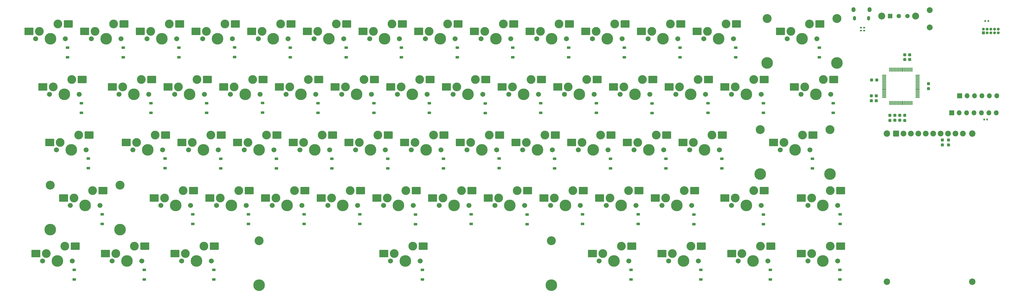
<source format=gbr>
%TF.GenerationSoftware,KiCad,Pcbnew,7.0.7*%
%TF.CreationDate,2023-10-31T18:53:21-05:00*%
%TF.ProjectId,KeyboardPCB,4b657962-6f61-4726-9450-43422e6b6963,rev?*%
%TF.SameCoordinates,Original*%
%TF.FileFunction,Soldermask,Bot*%
%TF.FilePolarity,Negative*%
%FSLAX46Y46*%
G04 Gerber Fmt 4.6, Leading zero omitted, Abs format (unit mm)*
G04 Created by KiCad (PCBNEW 7.0.7) date 2023-10-31 18:53:21*
%MOMM*%
%LPD*%
G01*
G04 APERTURE LIST*
G04 Aperture macros list*
%AMRoundRect*
0 Rectangle with rounded corners*
0 $1 Rounding radius*
0 $2 $3 $4 $5 $6 $7 $8 $9 X,Y pos of 4 corners*
0 Add a 4 corners polygon primitive as box body*
4,1,4,$2,$3,$4,$5,$6,$7,$8,$9,$2,$3,0*
0 Add four circle primitives for the rounded corners*
1,1,$1+$1,$2,$3*
1,1,$1+$1,$4,$5*
1,1,$1+$1,$6,$7*
1,1,$1+$1,$8,$9*
0 Add four rect primitives between the rounded corners*
20,1,$1+$1,$2,$3,$4,$5,0*
20,1,$1+$1,$4,$5,$6,$7,0*
20,1,$1+$1,$6,$7,$8,$9,0*
20,1,$1+$1,$8,$9,$2,$3,0*%
G04 Aperture macros list end*
%ADD10C,2.200000*%
%ADD11RoundRect,0.102000X-0.889000X0.889000X-0.889000X-0.889000X0.889000X-0.889000X0.889000X0.889000X0*%
%ADD12C,1.982000*%
%ADD13C,1.701800*%
%ADD14C,3.000000*%
%ADD15C,3.987800*%
%ADD16RoundRect,0.200000X-1.340000X-1.050000X1.340000X-1.050000X1.340000X1.050000X-1.340000X1.050000X0*%
%ADD17RoundRect,0.200000X-1.326500X-1.050000X1.326500X-1.050000X1.326500X1.050000X-1.326500X1.050000X0*%
%ADD18RoundRect,0.201600X-1.338400X-1.058400X1.338400X-1.058400X1.338400X1.058400X-1.338400X1.058400X0*%
%ADD19C,3.048000*%
%ADD20RoundRect,0.201600X-1.324900X-1.058400X1.324900X-1.058400X1.324900X1.058400X-1.324900X1.058400X0*%
%ADD21R,1.700000X1.700000*%
%ADD22O,1.700000X1.700000*%
%ADD23R,1.000000X1.000000*%
%ADD24O,1.000000X1.000000*%
%ADD25R,1.515000X1.515000*%
%ADD26C,1.515000*%
%ADD27C,2.385000*%
%ADD28O,1.350000X1.700000*%
%ADD29O,1.100000X1.500000*%
%ADD30RoundRect,0.225000X-0.375000X0.225000X-0.375000X-0.225000X0.375000X-0.225000X0.375000X0.225000X0*%
%ADD31R,1.475000X0.300000*%
%ADD32R,0.300000X1.475000*%
%ADD33RoundRect,0.135000X-0.135000X-0.185000X0.135000X-0.185000X0.135000X0.185000X-0.135000X0.185000X0*%
%ADD34RoundRect,0.237500X-0.237500X0.300000X-0.237500X-0.300000X0.237500X-0.300000X0.237500X0.300000X0*%
%ADD35RoundRect,0.237500X0.237500X-0.300000X0.237500X0.300000X-0.237500X0.300000X-0.237500X-0.300000X0*%
%ADD36RoundRect,0.135000X0.135000X0.185000X-0.135000X0.185000X-0.135000X-0.185000X0.135000X-0.185000X0*%
%ADD37RoundRect,0.237500X-0.300000X-0.237500X0.300000X-0.237500X0.300000X0.237500X-0.300000X0.237500X0*%
%ADD38RoundRect,0.135000X0.185000X-0.135000X0.185000X0.135000X-0.185000X0.135000X-0.185000X-0.135000X0*%
%ADD39C,2.000000*%
%ADD40RoundRect,0.237500X0.300000X0.237500X-0.300000X0.237500X-0.300000X-0.237500X0.300000X-0.237500X0*%
G04 APERTURE END LIST*
D10*
%TO.C,U3*%
X685000000Y-216900000D03*
X655790000Y-216900000D03*
X685000000Y-267700000D03*
X655790000Y-267700000D03*
D11*
X658965000Y-216900000D03*
D12*
X661505000Y-216900000D03*
X664045000Y-216900000D03*
X666585000Y-216900000D03*
X669125000Y-216900000D03*
X671665000Y-216900000D03*
X674205000Y-216900000D03*
X676745000Y-216900000D03*
X679285000Y-216900000D03*
X681825000Y-216900000D03*
%TD*%
D13*
%TO.C,K39*%
X569305500Y-222504000D03*
D14*
X570575500Y-219964000D03*
D15*
X574385500Y-222504000D03*
D14*
X576925500Y-217424000D03*
D13*
X579465500Y-222504000D03*
D16*
X567035500Y-219964000D03*
D17*
X580479000Y-217424000D03*
%TD*%
D13*
%TO.C,K4*%
X421668000Y-184404000D03*
D14*
X422938000Y-181864000D03*
D15*
X426748000Y-184404000D03*
D14*
X429288000Y-179324000D03*
D13*
X431828000Y-184404000D03*
D16*
X419398000Y-181864000D03*
D17*
X432841500Y-179324000D03*
%TD*%
D13*
%TO.C,K38*%
X550255500Y-222504000D03*
D14*
X551525500Y-219964000D03*
D15*
X555335500Y-222504000D03*
D14*
X557875500Y-217424000D03*
D13*
X560415500Y-222504000D03*
D16*
X547985500Y-219964000D03*
D17*
X561429000Y-217424000D03*
%TD*%
D13*
%TO.C,K32*%
X435955500Y-222504000D03*
D14*
X437225500Y-219964000D03*
D15*
X441035500Y-222504000D03*
D14*
X443575500Y-217424000D03*
D13*
X446115500Y-222504000D03*
D16*
X433685500Y-219964000D03*
D17*
X447129000Y-217424000D03*
%TD*%
D13*
%TO.C,K56*%
X390714260Y-260604000D03*
D14*
X391984260Y-258064000D03*
D15*
X395794260Y-260604000D03*
D14*
X398334260Y-255524000D03*
D13*
X400874260Y-260604000D03*
D18*
X388444260Y-258074000D03*
D17*
X401887760Y-255524000D03*
%TD*%
D13*
%TO.C,K50*%
X540730500Y-241554000D03*
D14*
X542000500Y-239014000D03*
D15*
X545810500Y-241554000D03*
D14*
X548350500Y-236474000D03*
D13*
X550890500Y-241554000D03*
D16*
X538460500Y-239014000D03*
D17*
X551904000Y-236474000D03*
%TD*%
D13*
%TO.C,K46*%
X464530500Y-241554000D03*
D14*
X465800500Y-239014000D03*
D15*
X469610500Y-241554000D03*
D14*
X472150500Y-236474000D03*
D13*
X474690500Y-241554000D03*
D16*
X462260500Y-239014000D03*
D17*
X475704000Y-236474000D03*
%TD*%
D13*
%TO.C,K17*%
X412143000Y-203454000D03*
D14*
X413413000Y-200914000D03*
D15*
X417223000Y-203454000D03*
D14*
X419763000Y-198374000D03*
D13*
X422303000Y-203454000D03*
D16*
X409873000Y-200914000D03*
D17*
X423316500Y-198374000D03*
%TD*%
D19*
%TO.C,K14*%
X614835000Y-177419000D03*
D15*
X614835000Y-192659000D03*
D13*
X621693000Y-184404000D03*
D14*
X622963000Y-181864000D03*
D15*
X626773000Y-184404000D03*
D14*
X629313000Y-179324000D03*
D13*
X631853000Y-184404000D03*
D19*
X638711000Y-177419000D03*
D15*
X638711000Y-192659000D03*
D16*
X619423000Y-181864000D03*
D20*
X632866500Y-179334000D03*
%TD*%
D13*
%TO.C,K2*%
X383568000Y-184404000D03*
D14*
X384838000Y-181864000D03*
D15*
X388648000Y-184404000D03*
D14*
X391188000Y-179324000D03*
D13*
X393728000Y-184404000D03*
D16*
X381298000Y-181864000D03*
D17*
X394741500Y-179324000D03*
%TD*%
D13*
%TO.C,K48*%
X502630500Y-241554000D03*
D14*
X503900500Y-239014000D03*
D15*
X507710500Y-241554000D03*
D14*
X510250500Y-236474000D03*
D13*
X512790500Y-241554000D03*
D16*
X500360500Y-239014000D03*
D17*
X513804000Y-236474000D03*
%TD*%
D21*
%TO.C,J3*%
X680673000Y-203979000D03*
D22*
X683213000Y-203979000D03*
X685753000Y-203979000D03*
X688293000Y-203979000D03*
X690833000Y-203979000D03*
X693373000Y-203979000D03*
%TD*%
D13*
%TO.C,K23*%
X526443000Y-203454000D03*
D14*
X527713000Y-200914000D03*
D15*
X531523000Y-203454000D03*
D14*
X534063000Y-198374000D03*
D13*
X536603000Y-203454000D03*
D16*
X524173000Y-200914000D03*
D17*
X537616500Y-198374000D03*
%TD*%
D13*
%TO.C,K1*%
X364518000Y-184404000D03*
D14*
X365788000Y-181864000D03*
D15*
X369598000Y-184404000D03*
D14*
X372138000Y-179324000D03*
D13*
X374678000Y-184404000D03*
D16*
X362248000Y-181864000D03*
D17*
X375691500Y-179324000D03*
%TD*%
D13*
%TO.C,K31*%
X416905500Y-222504000D03*
D14*
X418175500Y-219964000D03*
D15*
X421985500Y-222504000D03*
D14*
X424525500Y-217424000D03*
D13*
X427065500Y-222504000D03*
D16*
X414635500Y-219964000D03*
D17*
X428079000Y-217424000D03*
%TD*%
D13*
%TO.C,K51*%
X559780500Y-241554000D03*
D14*
X561050500Y-239014000D03*
D15*
X564860500Y-241554000D03*
D14*
X567400500Y-236474000D03*
D13*
X569940500Y-241554000D03*
D16*
X557510500Y-239014000D03*
D17*
X570954000Y-236474000D03*
%TD*%
D13*
%TO.C,K54*%
X628778000Y-241554000D03*
D14*
X630048000Y-239014000D03*
D15*
X633858000Y-241554000D03*
D14*
X636398000Y-236474000D03*
D13*
X638938000Y-241554000D03*
D18*
X626508000Y-239024000D03*
D17*
X639951500Y-236474000D03*
%TD*%
D13*
%TO.C,K61*%
X604965500Y-260604000D03*
D14*
X606235500Y-258064000D03*
D15*
X610045500Y-260604000D03*
D14*
X612585500Y-255524000D03*
D13*
X615125500Y-260604000D03*
D18*
X602695500Y-258074000D03*
D17*
X616139000Y-255524000D03*
%TD*%
D13*
%TO.C,K29*%
X371663020Y-222504000D03*
D14*
X372933020Y-219964000D03*
D15*
X376743020Y-222504000D03*
D14*
X379283020Y-217424000D03*
D13*
X381823020Y-222504000D03*
D16*
X369393020Y-219964000D03*
D17*
X382836520Y-217424000D03*
%TD*%
D13*
%TO.C,K33*%
X455005500Y-222504000D03*
D14*
X456275500Y-219964000D03*
D15*
X460085500Y-222504000D03*
D14*
X462625500Y-217424000D03*
D13*
X465165500Y-222504000D03*
D16*
X452735500Y-219964000D03*
D17*
X466179000Y-217424000D03*
%TD*%
D13*
%TO.C,K8*%
X497868000Y-184404000D03*
D14*
X499138000Y-181864000D03*
D15*
X502948000Y-184404000D03*
D14*
X505488000Y-179324000D03*
D13*
X508028000Y-184404000D03*
D16*
X495598000Y-181864000D03*
D17*
X509041500Y-179324000D03*
%TD*%
D13*
%TO.C,K44*%
X426430500Y-241554000D03*
D14*
X427700500Y-239014000D03*
D15*
X431510500Y-241554000D03*
D14*
X434050500Y-236474000D03*
D13*
X436590500Y-241554000D03*
D16*
X424160500Y-239014000D03*
D17*
X437604000Y-236474000D03*
%TD*%
D13*
%TO.C,K3*%
X402618000Y-184404000D03*
D14*
X403888000Y-181864000D03*
D15*
X407698000Y-184404000D03*
D14*
X410238000Y-179324000D03*
D13*
X412778000Y-184404000D03*
D16*
X400348000Y-181864000D03*
D17*
X413791500Y-179324000D03*
%TD*%
D13*
%TO.C,K5*%
X440718000Y-184404000D03*
D14*
X441988000Y-181864000D03*
D15*
X445798000Y-184404000D03*
D14*
X448338000Y-179324000D03*
D13*
X450878000Y-184404000D03*
D16*
X438448000Y-181864000D03*
D17*
X451891500Y-179324000D03*
%TD*%
D13*
%TO.C,K10*%
X535968000Y-184404000D03*
D14*
X537238000Y-181864000D03*
D15*
X541048000Y-184404000D03*
D14*
X543588000Y-179324000D03*
D13*
X546128000Y-184404000D03*
D16*
X533698000Y-181864000D03*
D17*
X547141500Y-179324000D03*
%TD*%
D13*
%TO.C,K28*%
X626455500Y-203454000D03*
D14*
X627725500Y-200914000D03*
D15*
X631535500Y-203454000D03*
D14*
X634075500Y-198374000D03*
D13*
X636615500Y-203454000D03*
D16*
X624185500Y-200914000D03*
D17*
X637629000Y-198374000D03*
%TD*%
D13*
%TO.C,K7*%
X478818000Y-184404000D03*
D14*
X480088000Y-181864000D03*
D15*
X483898000Y-184404000D03*
D14*
X486438000Y-179324000D03*
D13*
X488978000Y-184404000D03*
D16*
X476548000Y-181864000D03*
D17*
X489991500Y-179324000D03*
%TD*%
D13*
%TO.C,K59*%
X557340500Y-260604000D03*
D14*
X558610500Y-258064000D03*
D15*
X562420500Y-260604000D03*
D14*
X564960500Y-255524000D03*
D13*
X567500500Y-260604000D03*
D18*
X555070500Y-258074000D03*
D17*
X568514000Y-255524000D03*
%TD*%
D13*
%TO.C,K11*%
X555018000Y-184404000D03*
D14*
X556288000Y-181864000D03*
D15*
X560098000Y-184404000D03*
D14*
X562638000Y-179324000D03*
D13*
X565178000Y-184404000D03*
D16*
X552748000Y-181864000D03*
D17*
X566191500Y-179324000D03*
%TD*%
D13*
%TO.C,K18*%
X431193000Y-203454000D03*
D14*
X432463000Y-200914000D03*
D15*
X436273000Y-203454000D03*
D14*
X438813000Y-198374000D03*
D13*
X441353000Y-203454000D03*
D16*
X428923000Y-200914000D03*
D17*
X442366500Y-198374000D03*
%TD*%
D13*
%TO.C,K40*%
X588355500Y-222504000D03*
D14*
X589625500Y-219964000D03*
D15*
X593435500Y-222504000D03*
D14*
X595975500Y-217424000D03*
D13*
X598515500Y-222504000D03*
D16*
X586085500Y-219964000D03*
D17*
X599529000Y-217424000D03*
%TD*%
D13*
%TO.C,K16*%
X393093000Y-203454000D03*
D14*
X394363000Y-200914000D03*
D15*
X398173000Y-203454000D03*
D14*
X400713000Y-198374000D03*
D13*
X403253000Y-203454000D03*
D16*
X390823000Y-200914000D03*
D17*
X404266500Y-198374000D03*
%TD*%
D13*
%TO.C,K6*%
X459768000Y-184404000D03*
D14*
X461038000Y-181864000D03*
D15*
X464848000Y-184404000D03*
D14*
X467388000Y-179324000D03*
D13*
X469928000Y-184404000D03*
D16*
X457498000Y-181864000D03*
D17*
X470941500Y-179324000D03*
%TD*%
D13*
%TO.C,K37*%
X531205500Y-222504000D03*
D14*
X532475500Y-219964000D03*
D15*
X536285500Y-222504000D03*
D14*
X538825500Y-217424000D03*
D13*
X541365500Y-222504000D03*
D16*
X528935500Y-219964000D03*
D17*
X542379000Y-217424000D03*
%TD*%
D13*
%TO.C,K35*%
X493105500Y-222504000D03*
D14*
X494375500Y-219964000D03*
D15*
X498185500Y-222504000D03*
D14*
X500725500Y-217424000D03*
D13*
X503265500Y-222504000D03*
D16*
X490835500Y-219964000D03*
D17*
X504279000Y-217424000D03*
%TD*%
D13*
%TO.C,K21*%
X488343000Y-203454000D03*
D14*
X489613000Y-200914000D03*
D15*
X493423000Y-203454000D03*
D14*
X495963000Y-198374000D03*
D13*
X498503000Y-203454000D03*
D16*
X486073000Y-200914000D03*
D17*
X499516500Y-198374000D03*
%TD*%
D13*
%TO.C,K13*%
X593118000Y-184404000D03*
D14*
X594388000Y-181864000D03*
D15*
X598198000Y-184404000D03*
D14*
X600738000Y-179324000D03*
D13*
X603278000Y-184404000D03*
D16*
X590848000Y-181864000D03*
D17*
X604291500Y-179324000D03*
%TD*%
D13*
%TO.C,K53*%
X602643000Y-241554000D03*
D14*
X603913000Y-239014000D03*
D15*
X607723000Y-241554000D03*
D14*
X610263000Y-236474000D03*
D13*
X612803000Y-241554000D03*
D16*
X600373000Y-239014000D03*
D17*
X613816500Y-236474000D03*
%TD*%
D19*
%TO.C,K58*%
X441035500Y-253619000D03*
D15*
X441035500Y-268859000D03*
D13*
X485955500Y-260604000D03*
D14*
X487225500Y-258064000D03*
D15*
X491035500Y-260604000D03*
D14*
X493575500Y-255524000D03*
D13*
X496115500Y-260604000D03*
D19*
X541035500Y-253619000D03*
D15*
X541035500Y-268859000D03*
D18*
X483685500Y-258074000D03*
D17*
X497129000Y-255524000D03*
%TD*%
D13*
%TO.C,K19*%
X450243000Y-203454000D03*
D14*
X451513000Y-200914000D03*
D15*
X455323000Y-203454000D03*
D14*
X457863000Y-198374000D03*
D13*
X460403000Y-203454000D03*
D16*
X447973000Y-200914000D03*
D17*
X461416500Y-198374000D03*
%TD*%
D13*
%TO.C,K47*%
X483580500Y-241554000D03*
D14*
X484850500Y-239014000D03*
D15*
X488660500Y-241554000D03*
D14*
X491200500Y-236474000D03*
D13*
X493740500Y-241554000D03*
D16*
X481310500Y-239014000D03*
D17*
X494754000Y-236474000D03*
%TD*%
D23*
%TO.C,J4*%
X688793000Y-182349000D03*
D24*
X688793000Y-181079000D03*
X690063000Y-182349000D03*
X690063000Y-181079000D03*
X691333000Y-182349000D03*
X691333000Y-181079000D03*
X692603000Y-182349000D03*
X692603000Y-181079000D03*
X693873000Y-182349000D03*
X693873000Y-181079000D03*
%TD*%
D13*
%TO.C,K36*%
X512155500Y-222504000D03*
D14*
X513425500Y-219964000D03*
D15*
X517235500Y-222504000D03*
D14*
X519775500Y-217424000D03*
D13*
X522315500Y-222504000D03*
D16*
X509885500Y-219964000D03*
D17*
X523329000Y-217424000D03*
%TD*%
D13*
%TO.C,K30*%
X397855500Y-222504000D03*
D14*
X399125500Y-219964000D03*
D15*
X402935500Y-222504000D03*
D14*
X405475500Y-217424000D03*
D13*
X408015500Y-222504000D03*
D16*
X395585500Y-219964000D03*
D17*
X409029000Y-217424000D03*
%TD*%
D13*
%TO.C,K15*%
X369280500Y-203454000D03*
D14*
X370550500Y-200914000D03*
D15*
X374360500Y-203454000D03*
D14*
X376900500Y-198374000D03*
D13*
X379440500Y-203454000D03*
D16*
X367010500Y-200914000D03*
D17*
X380454000Y-198374000D03*
%TD*%
D19*
%TO.C,K41*%
X612485500Y-215519000D03*
D15*
X612485500Y-230759000D03*
D13*
X619343500Y-222504000D03*
D14*
X620613500Y-219964000D03*
D15*
X624423500Y-222504000D03*
D14*
X626963500Y-217424000D03*
D13*
X629503500Y-222504000D03*
D19*
X636361500Y-215519000D03*
D15*
X636361500Y-230759000D03*
D18*
X617073500Y-219974000D03*
D17*
X630517000Y-217424000D03*
%TD*%
D21*
%TO.C,J2*%
X678000000Y-209800000D03*
D22*
X680540000Y-209800000D03*
X683080000Y-209800000D03*
X685620000Y-209800000D03*
X688160000Y-209800000D03*
X690700000Y-209800000D03*
X693240000Y-209800000D03*
%TD*%
D13*
%TO.C,K45*%
X445480500Y-241554000D03*
D14*
X446750500Y-239014000D03*
D15*
X450560500Y-241554000D03*
D14*
X453100500Y-236474000D03*
D13*
X455640500Y-241554000D03*
D16*
X443210500Y-239014000D03*
D17*
X456654000Y-236474000D03*
%TD*%
D13*
%TO.C,K22*%
X507393000Y-203454000D03*
D14*
X508663000Y-200914000D03*
D15*
X512473000Y-203454000D03*
D14*
X515013000Y-198374000D03*
D13*
X517553000Y-203454000D03*
D16*
X505123000Y-200914000D03*
D17*
X518566500Y-198374000D03*
%TD*%
D13*
%TO.C,K20*%
X469293000Y-203454000D03*
D14*
X470563000Y-200914000D03*
D15*
X474373000Y-203454000D03*
D14*
X476913000Y-198374000D03*
D13*
X479453000Y-203454000D03*
D16*
X467023000Y-200914000D03*
D17*
X480466500Y-198374000D03*
%TD*%
D19*
%TO.C,K42*%
X369567520Y-234569000D03*
D15*
X369567520Y-249809000D03*
D13*
X376425520Y-241554000D03*
D14*
X377695520Y-239014000D03*
D15*
X381505520Y-241554000D03*
D14*
X384045520Y-236474000D03*
D13*
X386585520Y-241554000D03*
D19*
X393443520Y-234569000D03*
D15*
X393443520Y-249809000D03*
D18*
X374155520Y-239024000D03*
D17*
X387599020Y-236474000D03*
%TD*%
D13*
%TO.C,K62*%
X628778000Y-260604000D03*
D14*
X630048000Y-258064000D03*
D15*
X633858000Y-260604000D03*
D14*
X636398000Y-255524000D03*
D13*
X638938000Y-260604000D03*
D18*
X626508000Y-258074000D03*
D17*
X639951500Y-255524000D03*
%TD*%
D13*
%TO.C,K49*%
X521680500Y-241554000D03*
D14*
X522950500Y-239014000D03*
D15*
X526760500Y-241554000D03*
D14*
X529300500Y-236474000D03*
D13*
X531840500Y-241554000D03*
D16*
X519410500Y-239014000D03*
D17*
X532854000Y-236474000D03*
%TD*%
D13*
%TO.C,K43*%
X407380500Y-241554000D03*
D14*
X408650500Y-239014000D03*
D15*
X412460500Y-241554000D03*
D14*
X415000500Y-236474000D03*
D13*
X417540500Y-241554000D03*
D16*
X405110500Y-239014000D03*
D17*
X418554000Y-236474000D03*
%TD*%
D13*
%TO.C,K52*%
X578830500Y-241554000D03*
D14*
X580100500Y-239014000D03*
D15*
X583910500Y-241554000D03*
D14*
X586450500Y-236474000D03*
D13*
X588990500Y-241554000D03*
D16*
X576560500Y-239014000D03*
D17*
X590004000Y-236474000D03*
%TD*%
D13*
%TO.C,K25*%
X564543000Y-203454000D03*
D14*
X565813000Y-200914000D03*
D15*
X569623000Y-203454000D03*
D14*
X572163000Y-198374000D03*
D13*
X574703000Y-203454000D03*
D16*
X562273000Y-200914000D03*
D17*
X575716500Y-198374000D03*
%TD*%
D25*
%TO.C,SW2*%
X656873000Y-176579000D03*
D26*
X659873000Y-176579000D03*
X662873000Y-176579000D03*
D27*
X654073000Y-176579000D03*
X665673000Y-176579000D03*
%TD*%
D13*
%TO.C,K57*%
X414528000Y-260604000D03*
D14*
X415798000Y-258064000D03*
D15*
X419608000Y-260604000D03*
D14*
X422148000Y-255524000D03*
D13*
X424688000Y-260604000D03*
D18*
X412258000Y-258074000D03*
D17*
X425701500Y-255524000D03*
%TD*%
D28*
%TO.C,J1*%
X649855000Y-174399000D03*
D29*
X649545000Y-177399000D03*
X644705000Y-177399000D03*
D28*
X644395000Y-174399000D03*
%TD*%
D13*
%TO.C,K26*%
X583593000Y-203454000D03*
D14*
X584863000Y-200914000D03*
D15*
X588673000Y-203454000D03*
D14*
X591213000Y-198374000D03*
D13*
X593753000Y-203454000D03*
D16*
X581323000Y-200914000D03*
D17*
X594766500Y-198374000D03*
%TD*%
D13*
%TO.C,K34*%
X474055500Y-222504000D03*
D14*
X475325500Y-219964000D03*
D15*
X479135500Y-222504000D03*
D14*
X481675500Y-217424000D03*
D13*
X484215500Y-222504000D03*
D16*
X471785500Y-219964000D03*
D17*
X485229000Y-217424000D03*
%TD*%
D13*
%TO.C,K27*%
X602643000Y-203454000D03*
D14*
X603913000Y-200914000D03*
D15*
X607723000Y-203454000D03*
D14*
X610263000Y-198374000D03*
D13*
X612803000Y-203454000D03*
D16*
X600373000Y-200914000D03*
D17*
X613816500Y-198374000D03*
%TD*%
D13*
%TO.C,K24*%
X545493000Y-203454000D03*
D14*
X546763000Y-200914000D03*
D15*
X550573000Y-203454000D03*
D14*
X553113000Y-198374000D03*
D13*
X555653000Y-203454000D03*
D16*
X543223000Y-200914000D03*
D17*
X556666500Y-198374000D03*
%TD*%
D13*
%TO.C,K55*%
X366900520Y-260604000D03*
D14*
X368170520Y-258064000D03*
D15*
X371980520Y-260604000D03*
D14*
X374520520Y-255524000D03*
D13*
X377060520Y-260604000D03*
D18*
X364630520Y-258074000D03*
D17*
X378074020Y-255524000D03*
%TD*%
D13*
%TO.C,K60*%
X581153000Y-260604000D03*
D14*
X582423000Y-258064000D03*
D15*
X586233000Y-260604000D03*
D14*
X588773000Y-255524000D03*
D13*
X591313000Y-260604000D03*
D18*
X578883000Y-258074000D03*
D17*
X592326500Y-255524000D03*
%TD*%
D13*
%TO.C,K12*%
X574068000Y-184404000D03*
D14*
X575338000Y-181864000D03*
D15*
X579148000Y-184404000D03*
D14*
X581688000Y-179324000D03*
D13*
X584228000Y-184404000D03*
D16*
X571798000Y-181864000D03*
D17*
X585241500Y-179324000D03*
%TD*%
D13*
%TO.C,K9*%
X516918000Y-184404000D03*
D14*
X518188000Y-181864000D03*
D15*
X521998000Y-184404000D03*
D14*
X524538000Y-179324000D03*
D13*
X527078000Y-184404000D03*
D16*
X514648000Y-181864000D03*
D17*
X528091500Y-179324000D03*
%TD*%
D30*
%TO.C,D8*%
X408800000Y-225450000D03*
X408800000Y-228750000D03*
%TD*%
D31*
%TO.C,U1*%
X654862000Y-204450000D03*
X654862000Y-203950000D03*
X654862000Y-203450000D03*
X654862000Y-202950000D03*
X654862000Y-202450000D03*
X654862000Y-201950000D03*
X654862000Y-201450000D03*
X654862000Y-200950000D03*
X654862000Y-200450000D03*
X654862000Y-199950000D03*
X654862000Y-199450000D03*
X654862000Y-198950000D03*
X654862000Y-198450000D03*
X654862000Y-197950000D03*
X654862000Y-197450000D03*
X654862000Y-196950000D03*
D32*
X656850000Y-194962000D03*
X657350000Y-194962000D03*
X657850000Y-194962000D03*
X658350000Y-194962000D03*
X658850000Y-194962000D03*
X659350000Y-194962000D03*
X659850000Y-194962000D03*
X660350000Y-194962000D03*
X660850000Y-194962000D03*
X661350000Y-194962000D03*
X661850000Y-194962000D03*
X662350000Y-194962000D03*
X662850000Y-194962000D03*
X663350000Y-194962000D03*
X663850000Y-194962000D03*
X664350000Y-194962000D03*
D31*
X666338000Y-196950000D03*
X666338000Y-197450000D03*
X666338000Y-197950000D03*
X666338000Y-198450000D03*
X666338000Y-198950000D03*
X666338000Y-199450000D03*
X666338000Y-199950000D03*
X666338000Y-200450000D03*
X666338000Y-200950000D03*
X666338000Y-201450000D03*
X666338000Y-201950000D03*
X666338000Y-202450000D03*
X666338000Y-202950000D03*
X666338000Y-203450000D03*
X666338000Y-203950000D03*
X666338000Y-204450000D03*
D32*
X664350000Y-206438000D03*
X663850000Y-206438000D03*
X663350000Y-206438000D03*
X662850000Y-206438000D03*
X662350000Y-206438000D03*
X661850000Y-206438000D03*
X661350000Y-206438000D03*
X660850000Y-206438000D03*
X660350000Y-206438000D03*
X659850000Y-206438000D03*
X659350000Y-206438000D03*
X658850000Y-206438000D03*
X658350000Y-206438000D03*
X657850000Y-206438000D03*
X657350000Y-206438000D03*
X656850000Y-206438000D03*
%TD*%
D30*
%TO.C,D30*%
X496900000Y-263650000D03*
X496900000Y-266950000D03*
%TD*%
%TO.C,D16*%
X432600000Y-187350000D03*
X432600000Y-190650000D03*
%TD*%
%TO.C,D21*%
X451700000Y-187450000D03*
X451700000Y-190750000D03*
%TD*%
%TO.C,D44*%
X532700000Y-244650000D03*
X532700000Y-247950000D03*
%TD*%
%TO.C,D61*%
X604100000Y-187450000D03*
X604100000Y-190750000D03*
%TD*%
D33*
%TO.C,R9*%
X689463000Y-178279000D03*
X690483000Y-178279000D03*
%TD*%
D30*
%TO.C,D11*%
X413600000Y-187450000D03*
X413600000Y-190750000D03*
%TD*%
D34*
%TO.C,C11*%
X656800000Y-210675000D03*
X656800000Y-212400000D03*
%TD*%
D30*
%TO.C,D64*%
X613600000Y-244650000D03*
X613600000Y-247950000D03*
%TD*%
%TO.C,D13*%
X427900000Y-225550000D03*
X427900000Y-228850000D03*
%TD*%
%TO.C,D1*%
X375500000Y-187450000D03*
X375500000Y-190750000D03*
%TD*%
%TO.C,D39*%
X513600000Y-244550000D03*
X513600000Y-247850000D03*
%TD*%
D35*
%TO.C,C4*%
X670000000Y-201500000D03*
X670000000Y-199775000D03*
%TD*%
D30*
%TO.C,D48*%
X561200000Y-225550000D03*
X561200000Y-228850000D03*
%TD*%
%TO.C,D22*%
X461200000Y-206500000D03*
X461200000Y-209800000D03*
%TD*%
%TO.C,D49*%
X551700000Y-244550000D03*
X551700000Y-247850000D03*
%TD*%
%TO.C,D6*%
X394500000Y-187450000D03*
X394500000Y-190750000D03*
%TD*%
%TO.C,D62*%
X613600000Y-206450000D03*
X613600000Y-209750000D03*
%TD*%
%TO.C,D27*%
X480300000Y-206450000D03*
X480300000Y-209750000D03*
%TD*%
%TO.C,D34*%
X494500000Y-244650000D03*
X494500000Y-247950000D03*
%TD*%
%TO.C,D31*%
X489700000Y-187450000D03*
X489700000Y-190750000D03*
%TD*%
D36*
%TO.C,R1*%
X690120000Y-212100000D03*
X689100000Y-212100000D03*
%TD*%
D30*
%TO.C,D19*%
X437400000Y-244550000D03*
X437400000Y-247850000D03*
%TD*%
%TO.C,D54*%
X570700000Y-244600000D03*
X570700000Y-247900000D03*
%TD*%
%TO.C,D53*%
X580200000Y-225550000D03*
X580200000Y-228850000D03*
%TD*%
%TO.C,D59*%
X589800000Y-244650000D03*
X589800000Y-247950000D03*
%TD*%
%TO.C,D4*%
X387300000Y-244600000D03*
X387300000Y-247900000D03*
%TD*%
%TO.C,D23*%
X465900000Y-225550000D03*
X465900000Y-228850000D03*
%TD*%
%TO.C,D10*%
X401700000Y-263650000D03*
X401700000Y-266950000D03*
%TD*%
D37*
%TO.C,C1*%
X650450000Y-205675000D03*
X652175000Y-205675000D03*
%TD*%
D30*
%TO.C,D14*%
X418300000Y-244550000D03*
X418300000Y-247850000D03*
%TD*%
D35*
%TO.C,C7*%
X676900000Y-220800000D03*
X676900000Y-219075000D03*
%TD*%
D37*
%TO.C,C2*%
X650575000Y-198500000D03*
X652300000Y-198500000D03*
%TD*%
D30*
%TO.C,D56*%
X585000000Y-187450000D03*
X585000000Y-190750000D03*
%TD*%
%TO.C,D51*%
X566000000Y-187450000D03*
X566000000Y-190750000D03*
%TD*%
%TO.C,D17*%
X442200000Y-206400000D03*
X442200000Y-209700000D03*
%TD*%
%TO.C,D55*%
X592100000Y-263650000D03*
X592100000Y-266950000D03*
%TD*%
%TO.C,D41*%
X527800000Y-187450000D03*
X527800000Y-190750000D03*
%TD*%
%TO.C,D29*%
X475500000Y-244550000D03*
X475500000Y-247850000D03*
%TD*%
%TO.C,D32*%
X499300000Y-206450000D03*
X499300000Y-209750000D03*
%TD*%
%TO.C,D12*%
X423100000Y-206450000D03*
X423100000Y-209750000D03*
%TD*%
%TO.C,D15*%
X425500000Y-263650000D03*
X425500000Y-266950000D03*
%TD*%
%TO.C,D28*%
X485000000Y-225550000D03*
X485000000Y-228850000D03*
%TD*%
D38*
%TO.C,R3*%
X648000000Y-180590000D03*
X648000000Y-181610000D03*
%TD*%
D30*
%TO.C,D2*%
X380200000Y-206500000D03*
X380200000Y-209800000D03*
%TD*%
D38*
%TO.C,R4*%
X646900000Y-180590000D03*
X646900000Y-181610000D03*
%TD*%
D30*
%TO.C,D33*%
X504100000Y-225550000D03*
X504100000Y-228850000D03*
%TD*%
D34*
%TO.C,C5*%
X661900000Y-210675000D03*
X661900000Y-212400000D03*
%TD*%
D30*
%TO.C,D24*%
X456400000Y-244600000D03*
X456400000Y-247900000D03*
%TD*%
%TO.C,D57*%
X594600000Y-206500000D03*
X594600000Y-209800000D03*
%TD*%
D35*
%TO.C,C6*%
X674800000Y-220825000D03*
X674800000Y-219100000D03*
%TD*%
D30*
%TO.C,D3*%
X382600000Y-225450000D03*
X382600000Y-228750000D03*
%TD*%
%TO.C,D58*%
X599300000Y-225550000D03*
X599300000Y-228850000D03*
%TD*%
D39*
%TO.C,J5*%
X670473000Y-174600000D03*
%TD*%
D30*
%TO.C,D68*%
X630300000Y-225500000D03*
X630300000Y-228800000D03*
%TD*%
%TO.C,D36*%
X508800000Y-187450000D03*
X508800000Y-190750000D03*
%TD*%
D34*
%TO.C,C12*%
X658500000Y-210637500D03*
X658500000Y-212362500D03*
%TD*%
D30*
%TO.C,D60*%
X615900000Y-263650000D03*
X615900000Y-266950000D03*
%TD*%
D34*
%TO.C,C13*%
X660200000Y-210637500D03*
X660200000Y-212362500D03*
%TD*%
D30*
%TO.C,D47*%
X556400000Y-206450000D03*
X556400000Y-209750000D03*
%TD*%
%TO.C,D65*%
X639700000Y-263650000D03*
X639700000Y-266950000D03*
%TD*%
%TO.C,D26*%
X470800000Y-187450000D03*
X470800000Y-190750000D03*
%TD*%
D37*
%TO.C,C14*%
X661875000Y-189900000D03*
X663600000Y-189900000D03*
%TD*%
D30*
%TO.C,D67*%
X637400000Y-206500000D03*
X637400000Y-209800000D03*
%TD*%
%TO.C,D37*%
X518400000Y-206550000D03*
X518400000Y-209850000D03*
%TD*%
%TO.C,D18*%
X446900000Y-225550000D03*
X446900000Y-228850000D03*
%TD*%
%TO.C,D5*%
X377800000Y-263650000D03*
X377800000Y-266950000D03*
%TD*%
%TO.C,D50*%
X568300000Y-263600000D03*
X568300000Y-266900000D03*
%TD*%
D40*
%TO.C,C3*%
X663625000Y-191500000D03*
X661900000Y-191500000D03*
%TD*%
D39*
%TO.C,J6*%
X670473000Y-180500000D03*
%TD*%
D30*
%TO.C,D52*%
X575500000Y-206550000D03*
X575500000Y-209850000D03*
%TD*%
%TO.C,D69*%
X639800000Y-244550000D03*
X639800000Y-247850000D03*
%TD*%
%TO.C,D7*%
X404000000Y-206450000D03*
X404000000Y-209750000D03*
%TD*%
%TO.C,D42*%
X537400000Y-206450000D03*
X537400000Y-209750000D03*
%TD*%
%TO.C,D66*%
X632700000Y-187450000D03*
X632700000Y-190750000D03*
%TD*%
%TO.C,D43*%
X542100000Y-225550000D03*
X542100000Y-228850000D03*
%TD*%
%TO.C,D38*%
X523100000Y-225450000D03*
X523100000Y-228750000D03*
%TD*%
%TO.C,D46*%
X546900000Y-187450000D03*
X546900000Y-190750000D03*
%TD*%
D37*
%TO.C,C10*%
X650450000Y-203975000D03*
X652175000Y-203975000D03*
%TD*%
M02*

</source>
